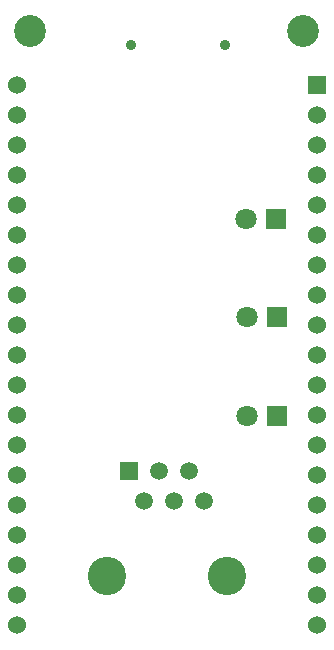
<source format=gbr>
%TF.GenerationSoftware,KiCad,Pcbnew,7.0.8*%
%TF.CreationDate,2023-10-30T21:57:11-05:00*%
%TF.ProjectId,fujinet-adam-devkit-mini,66756a69-6e65-4742-9d61-64616d2d6465,rev?*%
%TF.SameCoordinates,Original*%
%TF.FileFunction,Soldermask,Bot*%
%TF.FilePolarity,Negative*%
%FSLAX46Y46*%
G04 Gerber Fmt 4.6, Leading zero omitted, Abs format (unit mm)*
G04 Created by KiCad (PCBNEW 7.0.8) date 2023-10-30 21:57:11*
%MOMM*%
%LPD*%
G01*
G04 APERTURE LIST*
%ADD10C,0.900000*%
%ADD11C,3.250000*%
%ADD12R,1.520000X1.520000*%
%ADD13C,1.520000*%
%ADD14C,2.700000*%
%ADD15R,1.800000X1.800000*%
%ADD16C,1.800000*%
%ADD17R,1.530000X1.530000*%
%ADD18C,1.530000*%
G04 APERTURE END LIST*
D10*
%TO.C,P1*%
X149075000Y-81006600D03*
X141075000Y-81006600D03*
%TD*%
D11*
%TO.C,J1*%
X139034000Y-125984000D03*
X149194000Y-125984000D03*
D12*
X140944000Y-117094000D03*
D13*
X142214000Y-119634000D03*
X143484000Y-117094000D03*
X144754000Y-119634000D03*
X146024000Y-117094000D03*
X147294000Y-119634000D03*
%TD*%
D14*
%TO.C,H2*%
X155702000Y-79883000D03*
%TD*%
D15*
%TO.C,D2*%
X153421000Y-104072000D03*
D16*
X150881000Y-104072000D03*
%TD*%
D15*
%TO.C,D1*%
X153416000Y-95758000D03*
D16*
X150876000Y-95758000D03*
%TD*%
D15*
%TO.C,D3*%
X153421000Y-112447000D03*
D16*
X150881000Y-112447000D03*
%TD*%
D14*
%TO.C,H1*%
X132588000Y-79883000D03*
%TD*%
D17*
%TO.C,U1*%
X156845000Y-84455000D03*
D18*
X156845000Y-86995000D03*
X156845000Y-89535000D03*
X156845000Y-92075000D03*
X156845000Y-94615000D03*
X156845000Y-97155000D03*
X156845000Y-99695000D03*
X156845000Y-102235000D03*
X156845000Y-104775000D03*
X156845000Y-107315000D03*
X156845000Y-109855000D03*
X156845000Y-112395000D03*
X156845000Y-114935000D03*
X156845000Y-117475000D03*
X156845000Y-120015000D03*
X156845000Y-122555000D03*
X156845000Y-125095000D03*
X156845000Y-127635000D03*
X156845000Y-130175000D03*
X131445000Y-130175000D03*
X131445000Y-127635000D03*
X131445000Y-125095000D03*
X131445000Y-122555000D03*
X131445000Y-120015000D03*
X131445000Y-117475000D03*
X131445000Y-114935000D03*
X131445000Y-112395000D03*
X131445000Y-109855000D03*
X131445000Y-107315000D03*
X131445000Y-104775000D03*
X131445000Y-102235000D03*
X131445000Y-99695000D03*
X131445000Y-97155000D03*
X131445000Y-94615000D03*
X131445000Y-92075000D03*
X131445000Y-89535000D03*
X131445000Y-86995000D03*
X131445000Y-84455000D03*
%TD*%
M02*

</source>
